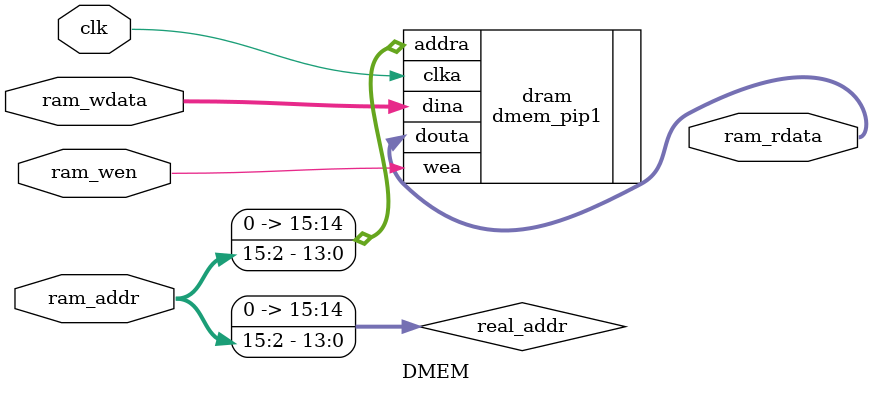
<source format=v>
`timescale 1ns / 1ps


module DMEM(
    input clk,
    input [15:0] ram_addr,
    input [31:0] ram_wdata,
    input ram_wen,
    output [31:0] ram_rdata
    );
    wire [15:0] real_addr = ram_addr >> 2;
    //DRAM, dmem_pip1, dmem_pip23
    dmem_pip1 dram(
    .clka (clk ),
    .wea (ram_wen ),
    .addra(real_addr ),
    .dina (ram_wdata ),
    .douta(ram_rdata )
    );
endmodule

</source>
